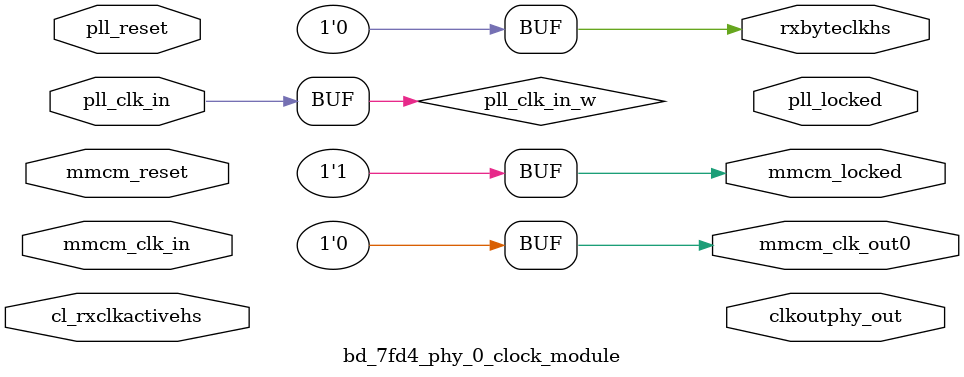
<source format=v>

`timescale 1ps/1ps

(* DowngradeIPIdentifiedWarnings="yes" *)
module bd_7fd4_phy_0_clock_module
#( 
   parameter C_DPHY_LANES = 2,
   parameter MTBF_SYNC_STAGES = 3, 
   parameter C_HS_LINE_RATE = 1000, 
   parameter C_STABLE_CLK_PERIOD = 10,
   parameter C_TXPLL_CLKIN_PERIOD = 8.0,
   parameter EN_DPHY_IO = 1
   )
   (
       input               mmcm_clk_in,
       output              mmcm_clk_out0,
 
       input               cl_rxclkactivehs,
       output              rxbyteclkhs,
       input               pll_clk_in,
       output              clkoutphy_out,
       output              pll_locked,
       input               pll_reset,
       output              mmcm_locked,
       input               mmcm_reset
   );

   wire               pll_clk_in_w;
   wire               pll_locked_w;
   wire               pll_locked_sync;
   reg                clkoutphy_en;
   reg  [7:0]         clkoutphy_en_cntr;
 


assign  rxbyteclkhs   = 1'b0;
assign  mmcm_locked   = 1'b1;
assign  mmcm_clk_out0 = 1'b0;
assign  pll_clk_in_w  = pll_clk_in;

   //TXPLL Attributes for 1500 MHz CLKOUTPHY
   localparam  C_TXPLL_CLKIN_PERIOD_T   = 5.000;
   localparam  C_TXPLL_CLKOUTPHY_MODE   = "VCO";
   localparam  C_PLL_DIVCLK_DIVIDE      = 2;
   localparam  C_TXPLL_CLKFBOUT_MULT    = 15;
   localparam  C_TXPLL_CLKOUT0_DIVIDE   = 8;
   localparam  C_TXPLL_CLKOUT1_DIVIDE   = 8;
 


            
endmodule

</source>
